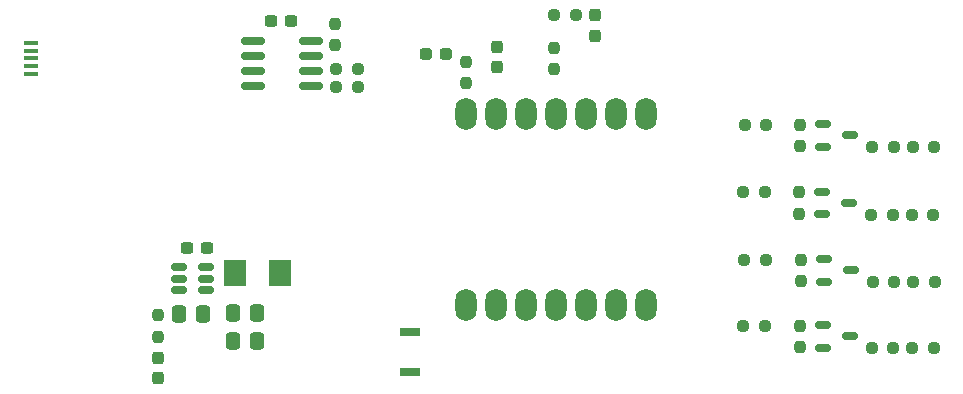
<source format=gbr>
%TF.GenerationSoftware,KiCad,Pcbnew,7.0.1*%
%TF.CreationDate,2023-04-11T18:42:34+01:00*%
%TF.ProjectId,zigbee-led-controller,7a696762-6565-42d6-9c65-642d636f6e74,1*%
%TF.SameCoordinates,Original*%
%TF.FileFunction,Paste,Top*%
%TF.FilePolarity,Positive*%
%FSLAX46Y46*%
G04 Gerber Fmt 4.6, Leading zero omitted, Abs format (unit mm)*
G04 Created by KiCad (PCBNEW 7.0.1) date 2023-04-11 18:42:34*
%MOMM*%
%LPD*%
G01*
G04 APERTURE LIST*
G04 Aperture macros list*
%AMRoundRect*
0 Rectangle with rounded corners*
0 $1 Rounding radius*
0 $2 $3 $4 $5 $6 $7 $8 $9 X,Y pos of 4 corners*
0 Add a 4 corners polygon primitive as box body*
4,1,4,$2,$3,$4,$5,$6,$7,$8,$9,$2,$3,0*
0 Add four circle primitives for the rounded corners*
1,1,$1+$1,$2,$3*
1,1,$1+$1,$4,$5*
1,1,$1+$1,$6,$7*
1,1,$1+$1,$8,$9*
0 Add four rect primitives between the rounded corners*
20,1,$1+$1,$2,$3,$4,$5,0*
20,1,$1+$1,$4,$5,$6,$7,0*
20,1,$1+$1,$6,$7,$8,$9,0*
20,1,$1+$1,$8,$9,$2,$3,0*%
G04 Aperture macros list end*
%ADD10R,1.700000X0.800000*%
%ADD11RoundRect,0.237500X-0.287500X-0.237500X0.287500X-0.237500X0.287500X0.237500X-0.287500X0.237500X0*%
%ADD12R,1.854500X2.286000*%
%ADD13RoundRect,0.237500X0.250000X0.237500X-0.250000X0.237500X-0.250000X-0.237500X0.250000X-0.237500X0*%
%ADD14RoundRect,0.150000X-0.825000X-0.150000X0.825000X-0.150000X0.825000X0.150000X-0.825000X0.150000X0*%
%ADD15RoundRect,0.237500X0.237500X-0.250000X0.237500X0.250000X-0.237500X0.250000X-0.237500X-0.250000X0*%
%ADD16RoundRect,0.237500X-0.237500X0.250000X-0.237500X-0.250000X0.237500X-0.250000X0.237500X0.250000X0*%
%ADD17R,1.300000X0.450000*%
%ADD18RoundRect,0.237500X0.237500X-0.287500X0.237500X0.287500X-0.237500X0.287500X-0.237500X-0.287500X0*%
%ADD19RoundRect,0.150000X-0.512500X-0.150000X0.512500X-0.150000X0.512500X0.150000X-0.512500X0.150000X0*%
%ADD20RoundRect,0.237500X0.300000X0.237500X-0.300000X0.237500X-0.300000X-0.237500X0.300000X-0.237500X0*%
%ADD21RoundRect,0.250000X0.337500X0.475000X-0.337500X0.475000X-0.337500X-0.475000X0.337500X-0.475000X0*%
%ADD22RoundRect,0.250000X-0.337500X-0.475000X0.337500X-0.475000X0.337500X0.475000X-0.337500X0.475000X0*%
%ADD23O,1.800000X2.750000*%
%ADD24RoundRect,0.237500X-0.250000X-0.237500X0.250000X-0.237500X0.250000X0.237500X-0.250000X0.237500X0*%
G04 APERTURE END LIST*
D10*
%TO.C,RST*%
X74168000Y-61624000D03*
X74168000Y-65024000D03*
%TD*%
D11*
%TO.C,D3*%
X75453100Y-38100000D03*
X77203100Y-38100000D03*
%TD*%
D12*
%TO.C,L1*%
X59296350Y-56642000D03*
X63080850Y-56642000D03*
%TD*%
D13*
%TO.C,R14*%
X104188100Y-49784000D03*
X102363100Y-49784000D03*
%TD*%
D14*
%TO.C,U1*%
X60813600Y-36957000D03*
X60813600Y-38227000D03*
X60813600Y-39497000D03*
X60813600Y-40767000D03*
X65763600Y-40767000D03*
X65763600Y-39497000D03*
X65763600Y-38227000D03*
X65763600Y-36957000D03*
%TD*%
D13*
%TO.C,R7*%
X114983100Y-51689000D03*
X113158100Y-51689000D03*
%TD*%
D15*
%TO.C,R20*%
X107189100Y-62912000D03*
X107189100Y-61087000D03*
%TD*%
D16*
%TO.C,R4*%
X86361100Y-37532250D03*
X86361100Y-39357250D03*
%TD*%
D17*
%TO.C,J6*%
X42008100Y-37156000D03*
X42008100Y-37806000D03*
X42008100Y-38456000D03*
X42008100Y-39106000D03*
X42008100Y-39756000D03*
%TD*%
D13*
%TO.C,R3*%
X69724100Y-39370000D03*
X67899100Y-39370000D03*
%TD*%
%TO.C,R10*%
X118562600Y-57404000D03*
X116737600Y-57404000D03*
%TD*%
D15*
%TO.C,R19*%
X107259600Y-57300500D03*
X107259600Y-55475500D03*
%TD*%
D18*
%TO.C,D1*%
X81535100Y-39216250D03*
X81535100Y-37466250D03*
%TD*%
D19*
%TO.C,Q3*%
X109175600Y-55438000D03*
X109175600Y-57338000D03*
X111450600Y-56388000D03*
%TD*%
D13*
%TO.C,R11*%
X115063100Y-62992000D03*
X113238100Y-62992000D03*
%TD*%
D20*
%TO.C,C2*%
X56971100Y-54483000D03*
X55246100Y-54483000D03*
%TD*%
D21*
%TO.C,C4*%
X61188600Y-60037000D03*
X59113600Y-60037000D03*
%TD*%
D18*
%TO.C,D2*%
X52806600Y-65541500D03*
X52806600Y-63791500D03*
%TD*%
D19*
%TO.C,Q2*%
X109001600Y-49723000D03*
X109001600Y-51623000D03*
X111276600Y-50673000D03*
%TD*%
%TO.C,Q1*%
X109084600Y-44008000D03*
X109084600Y-45908000D03*
X111359600Y-44958000D03*
%TD*%
D22*
%TO.C,C5*%
X54563100Y-60071000D03*
X56638100Y-60071000D03*
%TD*%
D13*
%TO.C,R5*%
X115071600Y-45974000D03*
X113246600Y-45974000D03*
%TD*%
%TO.C,R9*%
X115133600Y-57404000D03*
X113308600Y-57404000D03*
%TD*%
D15*
%TO.C,R18*%
X107085600Y-51609000D03*
X107085600Y-49784000D03*
%TD*%
D13*
%TO.C,R15*%
X104235100Y-55499000D03*
X102410100Y-55499000D03*
%TD*%
%TO.C,R16*%
X104164600Y-61087000D03*
X102339600Y-61087000D03*
%TD*%
D15*
%TO.C,R22*%
X78868100Y-40536500D03*
X78868100Y-38711500D03*
%TD*%
D23*
%TO.C,U2*%
X78841513Y-59322600D03*
X81381513Y-59322600D03*
X83921513Y-59322600D03*
X86461513Y-59322600D03*
X89001513Y-59322600D03*
X91541513Y-59322600D03*
X94081513Y-59322600D03*
X94081513Y-43132680D03*
X91541513Y-43132680D03*
X89001513Y-43132680D03*
X86461513Y-43132680D03*
X83921513Y-43132680D03*
X81381513Y-43132680D03*
X78841513Y-43132680D03*
%TD*%
D19*
%TO.C,U3*%
X54595600Y-56139000D03*
X54595600Y-57089000D03*
X54595600Y-58039000D03*
X56870600Y-58039000D03*
X56870600Y-57089000D03*
X56870600Y-56139000D03*
%TD*%
D13*
%TO.C,R13*%
X104276600Y-44069000D03*
X102451600Y-44069000D03*
%TD*%
D16*
%TO.C,R1*%
X67795600Y-35513000D03*
X67795600Y-37338000D03*
%TD*%
%TO.C,R21*%
X52806600Y-60198000D03*
X52806600Y-62023000D03*
%TD*%
D21*
%TO.C,C3*%
X61188600Y-62357000D03*
X59113600Y-62357000D03*
%TD*%
D20*
%TO.C,C1*%
X64086100Y-35306000D03*
X62361100Y-35306000D03*
%TD*%
D18*
%TO.C,D4*%
X89790100Y-36548000D03*
X89790100Y-34798000D03*
%TD*%
D13*
%TO.C,R8*%
X118435600Y-51689000D03*
X116610600Y-51689000D03*
%TD*%
D15*
%TO.C,R17*%
X107174100Y-45870500D03*
X107174100Y-44045500D03*
%TD*%
D24*
%TO.C,R23*%
X86337600Y-34798000D03*
X88162600Y-34798000D03*
%TD*%
D13*
%TO.C,R12*%
X118492100Y-62992000D03*
X116667100Y-62992000D03*
%TD*%
D19*
%TO.C,Q4*%
X109105100Y-61026000D03*
X109105100Y-62926000D03*
X111380100Y-61976000D03*
%TD*%
D13*
%TO.C,R2*%
X69724100Y-40894000D03*
X67899100Y-40894000D03*
%TD*%
%TO.C,R6*%
X118524100Y-45974000D03*
X116699100Y-45974000D03*
%TD*%
M02*

</source>
